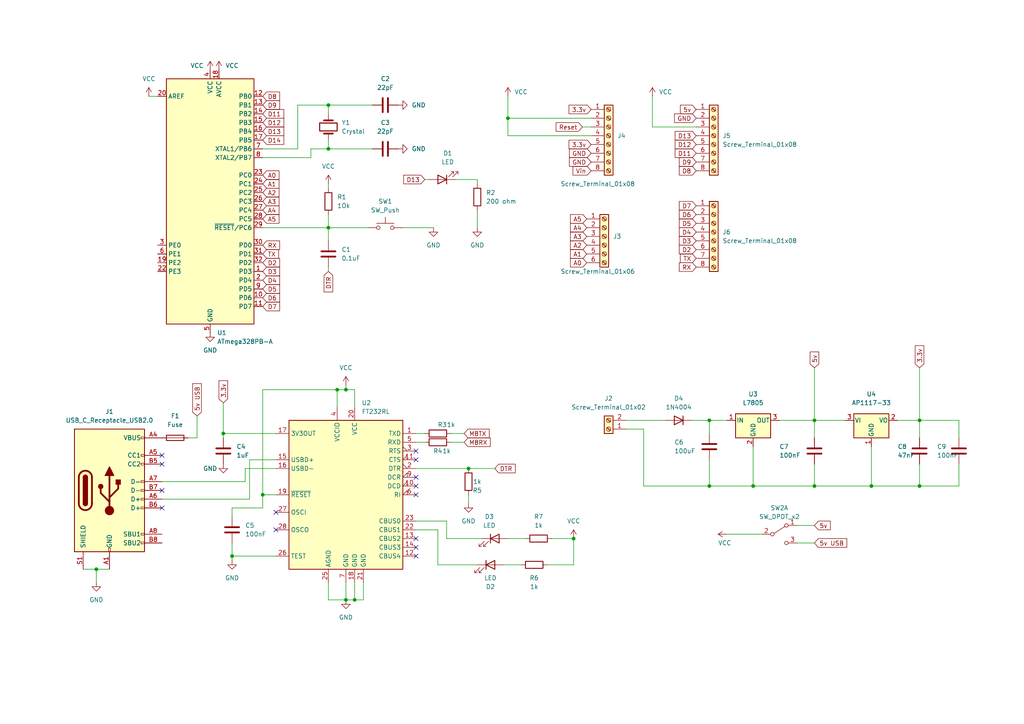
<source format=kicad_sch>
(kicad_sch (version 20211123) (generator eeschema)
  (paper "A4")
  (lib_symbols
    (symbol "Connector:Screw_Terminal_01x02" (pin_names (offset 1.016) hide)
      (property "Reference" "J" (at 0 2.54 0))
      (property "Value" "Screw_Terminal_01x02" (at 0 -5.08 0))
      (symbol "Screw_Terminal_01x02_1_1"
        (rectangle (start -1.27 1.27) (end 1.27 -3.81) (stroke (width 0.254)) (fill (type background)))
        (circle (center 0 -2.54) (radius 0.635) (stroke (width 0.1524)))
        (polyline (pts (xy -0.5334 -2.2098) (xy 0.3302 -3.048)) (stroke (width 0.1524)))
        (polyline (pts (xy -0.5334 0.3302) (xy 0.3302 -0.508)) (stroke (width 0.1524)))
        (polyline (pts (xy -0.3556 -2.032) (xy 0.508 -2.8702)) (stroke (width 0.1524)))
        (polyline (pts (xy -0.3556 0.508) (xy 0.508 -0.3302)) (stroke (width 0.1524)))
        (circle (center 0 0) (radius 0.635) (stroke (width 0.1524)))
        (pin passive line (at -5.08 0 0) (length 3.81) (name "Pin_1") (number "1"))
        (pin passive line (at -5.08 -2.54 0) (length 3.81) (name "Pin_2") (number "2"))
      )
    )
    (symbol "Connector:Screw_Terminal_01x06" (pin_names (offset 1.016) hide)
      (property "Reference" "J" (at 0 7.62 0))
      (property "Value" "Screw_Terminal_01x06" (at 0 -10.16 0))
      (symbol "Screw_Terminal_01x06_1_1"
        (rectangle (start -1.27 6.35) (end 1.27 -8.89) (stroke (width 0.254)) (fill (type background)))
        (circle (center 0 -7.62) (radius 0.635) (stroke (width 0.1524)))
        (circle (center 0 -5.08) (radius 0.635) (stroke (width 0.1524)))
        (circle (center 0 -2.54) (radius 0.635) (stroke (width 0.1524)))
        (polyline (pts (xy -0.5334 -7.2898) (xy 0.3302 -8.128)) (stroke (width 0.1524)))
        (polyline (pts (xy -0.5334 -4.7498) (xy 0.3302 -5.588)) (stroke (width 0.1524)))
        (polyline (pts (xy -0.5334 -2.2098) (xy 0.3302 -3.048)) (stroke (width 0.1524)))
        (polyline (pts (xy -0.5334 0.3302) (xy 0.3302 -0.508)) (stroke (width 0.1524)))
        (polyline (pts (xy -0.5334 2.8702) (xy 0.3302 2.032)) (stroke (width 0.1524)))
        (polyline (pts (xy -0.5334 5.4102) (xy 0.3302 4.572)) (stroke (width 0.1524)))
        (polyline (pts (xy -0.3556 -7.112) (xy 0.508 -7.9502)) (stroke (width 0.1524)))
        (polyline (pts (xy -0.3556 -4.572) (xy 0.508 -5.4102)) (stroke (width 0.1524)))
        (polyline (pts (xy -0.3556 -2.032) (xy 0.508 -2.8702)) (stroke (width 0.1524)))
        (polyline (pts (xy -0.3556 0.508) (xy 0.508 -0.3302)) (stroke (width 0.1524)))
        (polyline (pts (xy -0.3556 3.048) (xy 0.508 2.2098)) (stroke (width 0.1524)))
        (polyline (pts (xy -0.3556 5.588) (xy 0.508 4.7498)) (stroke (width 0.1524)))
        (circle (center 0 0) (radius 0.635) (stroke (width 0.1524)))
        (circle (center 0 2.54) (radius 0.635) (stroke (width 0.1524)))
        (circle (center 0 5.08) (radius 0.635) (stroke (width 0.1524)))
        (pin passive line (at -5.08 5.08 0) (length 3.81) (name "Pin_1") (number "1"))
        (pin passive line (at -5.08 2.54 0) (length 3.81) (name "Pin_2") (number "2"))
        (pin passive line (at -5.08 0 0) (length 3.81) (name "Pin_3") (number "3"))
        (pin passive line (at -5.08 -2.54 0) (length 3.81) (name "Pin_4") (number "4"))
        (pin passive line (at -5.08 -5.08 0) (length 3.81) (name "Pin_5") (number "5"))
        (pin passive line (at -5.08 -7.62 0) (length 3.81) (name "Pin_6") (number "6"))
      )
    )
    (symbol "Connector:Screw_Terminal_01x08" (pin_names (offset 1.016) hide)
      (property "Reference" "J" (at 0 10.16 0))
      (property "Value" "Screw_Terminal_01x08" (at 0 -12.7 0))
      (symbol "Screw_Terminal_01x08_1_1"
        (rectangle (start -1.27 8.89) (end 1.27 -11.43) (stroke (width 0.254)) (fill (type background)))
        (circle (center 0 -10.16) (radius 0.635) (stroke (width 0.1524)))
        (circle (center 0 -7.62) (radius 0.635) (stroke (width 0.1524)))
        (circle (center 0 -5.08) (radius 0.635) (stroke (width 0.1524)))
        (circle (center 0 -2.54) (radius 0.635) (stroke (width 0.1524)))
        (polyline (pts (xy -0.5334 -9.8298) (xy 0.3302 -10.668)) (stroke (width 0.1524)))
        (polyline (pts (xy -0.5334 -7.2898) (xy 0.3302 -8.128)) (stroke (width 0.1524)))
        (polyline (pts (xy -0.5334 -4.7498) (xy 0.3302 -5.588)) (stroke (width 0.1524)))
        (polyline (pts (xy -0.5334 -2.2098) (xy 0.3302 -3.048)) (stroke (width 0.1524)))
        (polyline (pts (xy -0.5334 0.3302) (xy 0.3302 -0.508)) (stroke (width 0.1524)))
        (polyline (pts (xy -0.5334 2.8702) (xy 0.3302 2.032)) (stroke (width 0.1524)))
        (polyline (pts (xy -0.5334 5.4102) (xy 0.3302 4.572)) (stroke (width 0.1524)))
        (polyline (pts (xy -0.5334 7.9502) (xy 0.3302 7.112)) (stroke (width 0.1524)))
        (polyline (pts (xy -0.3556 -9.652) (xy 0.508 -10.4902)) (stroke (width 0.1524)))
        (polyline (pts (xy -0.3556 -7.112) (xy 0.508 -7.9502)) (stroke (width 0.1524)))
        (polyline (pts (xy -0.3556 -4.572) (xy 0.508 -5.4102)) (stroke (width 0.1524)))
        (polyline (pts (xy -0.3556 -2.032) (xy 0.508 -2.8702)) (stroke (width 0.1524)))
        (polyline (pts (xy -0.3556 0.508) (xy 0.508 -0.3302)) (stroke (width 0.1524)))
        (polyline (pts (xy -0.3556 3.048) (xy 0.508 2.2098)) (stroke (width 0.1524)))
        (polyline (pts (xy -0.3556 5.588) (xy 0.508 4.7498)) (stroke (width 0.1524)))
        (polyline (pts (xy -0.3556 8.128) (xy 0.508 7.2898)) (stroke (width 0.1524)))
        (circle (center 0 0) (radius 0.635) (stroke (width 0.1524)))
        (circle (center 0 2.54) (radius 0.635) (stroke (width 0.1524)))
        (circle (center 0 5.08) (radius 0.635) (stroke (width 0.1524)))
        (circle (center 0 7.62) (radius 0.635) (stroke (width 0.1524)))
        (pin passive line (at -5.08 7.62 0) (length 3.81) (name "Pin_1") (number "1"))
        (pin passive line (at -5.08 5.08 0) (length 3.81) (name "Pin_2") (number "2"))
        (pin passive line (at -5.08 2.54 0) (length 3.81) (name "Pin_3") (number "3"))
        (pin passive line (at -5.08 0 0) (length 3.81) (name "Pin_4") (number "4"))
        (pin passive line (at -5.08 -2.54 0) (length 3.81) (name "Pin_5") (number "5"))
        (pin passive line (at -5.08 -5.08 0) (length 3.81) (name "Pin_6") (number "6"))
        (pin passive line (at -5.08 -7.62 0) (length 3.81) (name "Pin_7") (number "7"))
        (pin passive line (at -5.08 -10.16 0) (length 3.81) (name "Pin_8") (number "8"))
      )
    )
    (symbol "Connector:USB_C_Receptacle_USB2.0" (pin_names (offset 1.016))
      (property "Reference" "J" (at -10.16 19.05 0))
      (property "Value" "USB_C_Receptacle_USB2.0" (at 19.05 19.05 0))
      (symbol "USB_C_Receptacle_USB2.0_0_0"
        (rectangle (start -0.254 -17.78) (end 0.254 -16.764))
        (rectangle (start 10.16 -14.986) (end 9.144 -15.494))
        (rectangle (start 10.16 -12.446) (end 9.144 -12.954))
        (rectangle (start 10.16 -4.826) (end 9.144 -5.334))
        (rectangle (start 10.16 -2.286) (end 9.144 -2.794))
        (rectangle (start 10.16 0.254) (end 9.144 -0.254))
        (rectangle (start 10.16 2.794) (end 9.144 2.286))
        (rectangle (start 10.16 7.874) (end 9.144 7.366))
        (rectangle (start 10.16 10.414) (end 9.144 9.906))
        (rectangle (start 10.16 15.494) (end 9.144 14.986))
      )
      (symbol "USB_C_Receptacle_USB2.0_0_1"
        (rectangle (start -10.16 17.78) (end 10.16 -17.78) (stroke (width 0.254)) (fill (type background)))
        (arc (start -8.89 -3.81) (mid -6.985 -5.715) (end -5.08 -3.81) (stroke (width 0.508)))
        (arc (start -7.62 -3.81) (mid -6.985 -4.445) (end -6.35 -3.81) (stroke (width 0.254)))
        (arc (start -7.62 -3.81) (mid -6.985 -4.445) (end -6.35 -3.81) (stroke (width 0.254)) (fill (type outline)))
        (rectangle (start -7.62 -3.81) (end -6.35 3.81) (stroke (width 0.254)) (fill (type outline)))
        (arc (start -6.35 3.81) (mid -6.985 4.445) (end -7.62 3.81) (stroke (width 0.254)))
        (arc (start -6.35 3.81) (mid -6.985 4.445) (end -7.62 3.81) (stroke (width 0.254)) (fill (type outline)))
        (arc (start -5.08 3.81) (mid -6.985 5.715) (end -8.89 3.81) (stroke (width 0.508)))
        (circle (center -2.54 1.143) (radius 0.635) (stroke (width 0.254)) (fill (type outline)))
        (circle (center 0 -5.842) (radius 1.27) (fill (type outline)))
        (polyline (pts (xy -8.89 -3.81) (xy -8.89 3.81)) (stroke (width 0.508)))
        (polyline (pts (xy -5.08 3.81) (xy -5.08 -3.81)) (stroke (width 0.508)))
        (polyline (pts (xy 0 -5.842) (xy 0 4.318)) (stroke (width 0.508)))
        (polyline (pts (xy 0 -3.302) (xy -2.54 -0.762) (xy -2.54 0.508)) (stroke (width 0.508)))
        (polyline (pts (xy 0 -2.032) (xy 2.54 0.508) (xy 2.54 1.778)) (stroke (width 0.508)))
        (polyline (pts (xy -1.27 4.318) (xy 0 6.858) (xy 1.27 4.318) (xy -1.27 4.318)) (stroke (width 0.254)) (fill (type outline)))
        (rectangle (start 1.905 1.778) (end 3.175 3.048) (stroke (width 0.254)) (fill (type outline)))
      )
      (symbol "USB_C_Receptacle_USB2.0_1_1"
        (pin passive line (at 0 -22.86 90) (length 5.08) (name "GND") (number "A1"))
        (pin passive line (at 0 -22.86 90) (length 5.08) hide (name "GND") (number "A12"))
        (pin passive line (at 15.24 15.24 180) (length 5.08) (name "VBUS") (number "A4"))
        (pin bidirectional line (at 15.24 10.16 180) (length 5.08) (name "CC1") (number "A5"))
        (pin bidirectional line (at 15.24 -2.54 180) (length 5.08) (name "D+") (number "A6"))
        (pin bidirectional line (at 15.24 2.54 180) (length 5.08) (name "D-") (number "A7"))
        (pin bidirectional line (at 15.24 -12.7 180) (length 5.08) (name "SBU1") (number "A8"))
        (pin passive line (at 15.24 15.24 180) (length 5.08) hide (name "VBUS") (number "A9"))
        (pin passive line (at 0 -22.86 90) (length 5.08) hide (name "GND") (number "B1"))
        (pin passive line (at 0 -22.86 90) (length 5.08) hide (name "GND") (number "B12"))
        (pin passive line (at 15.24 15.24 180) (length 5.08) hide (name "VBUS") (number "B4"))
        (pin bidirectional line (at 15.24 7.62 180) (length 5.08) (name "CC2") (number "B5"))
        (pin bidirectional line (at 15.24 -5.08 180) (length 5.08) (name "D+") (number "B6"))
        (pin bidirectional line (at 15.24 0 180) (length 5.08) (name "D-") (number "B7"))
        (pin bidirectional line (at 15.24 -15.24 180) (length 5.08) (name "SBU2") (number "B8"))
        (pin passive line (at 15.24 15.24 180) (length 5.08) hide (name "VBUS") (number "B9"))
        (pin passive line (at -7.62 -22.86 90) (length 5.08) (name "SHIELD") (number "S1"))
      )
    )
    (symbol "Device:C" (pin_numbers hide) (pin_names (offset 0.254))
      (property "Reference" "C" (at 0.635 2.54 0))
      (property "Value" "C" (at 0.635 -2.54 0))
      (symbol "C_0_1"
        (polyline (pts (xy -2.032 -0.762) (xy 2.032 -0.762)) (stroke (width 0.508)))
        (polyline (pts (xy -2.032 0.762) (xy 2.032 0.762)) (stroke (width 0.508)))
      )
      (symbol "C_1_1"
        (pin passive line (at 0 3.81 270) (length 2.794) (name "~") (number "1"))
        (pin passive line (at 0 -3.81 90) (length 2.794) (name "~") (number "2"))
      )
    )
    (symbol "Device:Crystal" (pin_numbers hide) (pin_names (offset 1.016) hide)
      (property "Reference" "Y" (at 0 3.81 0))
      (property "Value" "Crystal" (at 0 -3.81 0))
      (symbol "Crystal_0_1"
        (rectangle (start -1.143 2.54) (end 1.143 -2.54) (stroke (width 0.3048)))
        (polyline (pts (xy -2.54 0) (xy -1.905 0)))
        (polyline (pts (xy -1.905 -1.27) (xy -1.905 1.27)) (stroke (width 0.508)))
        (polyline (pts (xy 1.905 -1.27) (xy 1.905 1.27)) (stroke (width 0.508)))
        (polyline (pts (xy 2.54 0) (xy 1.905 0)))
      )
      (symbol "Crystal_1_1"
        (pin passive line (at -3.81 0 0) (length 1.27) (name "1") (number "1"))
        (pin passive line (at 3.81 0 180) (length 1.27) (name "2") (number "2"))
      )
    )
    (symbol "Device:Fuse" (pin_numbers hide) (pin_names (offset 0))
      (property "Reference" "F" (at 2.032 0 90))
      (property "Value" "Fuse" (at -1.905 0 90))
      (symbol "Fuse_0_1"
        (rectangle (start -0.762 -2.54) (end 0.762 2.54) (stroke (width 0.254)))
        (polyline (pts (xy 0 2.54) (xy 0 -2.54)))
      )
      (symbol "Fuse_1_1"
        (pin passive line (at 0 3.81 270) (length 1.27) (name "~") (number "1"))
        (pin passive line (at 0 -3.81 90) (length 1.27) (name "~") (number "2"))
      )
    )
    (symbol "Device:LED" (pin_numbers hide) (pin_names (offset 1.016) hide)
      (property "Reference" "D" (at 0 2.54 0))
      (property "Value" "LED" (at 0 -2.54 0))
      (symbol "LED_0_1"
        (polyline (pts (xy -1.27 -1.27) (xy -1.27 1.27)) (stroke (width 0.254)))
        (polyline (pts (xy -1.27 0) (xy 1.27 0)))
        (polyline (pts (xy 1.27 -1.27) (xy 1.27 1.27) (xy -1.27 0) (xy 1.27 -1.27)) (stroke (width 0.254)))
        (polyline (pts (xy -3.048 -0.762) (xy -4.572 -2.286) (xy -3.81 -2.286) (xy -4.572 -2.286) (xy -4.572 -1.524)))
        (polyline (pts (xy -1.778 -0.762) (xy -3.302 -2.286) (xy -2.54 -2.286) (xy -3.302 -2.286) (xy -3.302 -1.524)))
      )
      (symbol "LED_1_1"
        (pin passive line (at -3.81 0 0) (length 2.54) (name "K") (number "1"))
        (pin passive line (at 3.81 0 180) (length 2.54) (name "A") (number "2"))
      )
    )
    (symbol "Device:R" (pin_numbers hide) (pin_names (offset 0))
      (property "Reference" "R" (at 2.032 0 90))
      (property "Value" "R" (at 0 0 90))
      (symbol "R_0_1"
        (rectangle (start -1.016 -2.54) (end 1.016 2.54) (stroke (width 0.254)))
      )
      (symbol "R_1_1"
        (pin passive line (at 0 3.81 270) (length 1.27) (name "~") (number "1"))
        (pin passive line (at 0 -3.81 90) (length 1.27) (name "~") (number "2"))
      )
    )
    (symbol "Diode:1N4004" (pin_numbers hide) (pin_names (offset 1.016) hide)
      (property "Reference" "D" (at 0 2.54 0))
      (property "Value" "1N4004" (at 0 -2.54 0))
      (symbol "1N4004_0_1"
        (polyline (pts (xy -1.27 1.27) (xy -1.27 -1.27)) (stroke (width 0.254)))
        (polyline (pts (xy 1.27 0) (xy -1.27 0)))
        (polyline (pts (xy 1.27 1.27) (xy 1.27 -1.27) (xy -1.27 0) (xy 1.27 1.27)) (stroke (width 0.254)))
      )
      (symbol "1N4004_1_1"
        (pin passive line (at -3.81 0 0) (length 2.54) (name "K") (number "1"))
        (pin passive line (at 3.81 0 180) (length 2.54) (name "A") (number "2"))
      )
    )
    (symbol "Interface_USB:FT232RL"
      (property "Reference" "U" (at -16.51 22.86 0))
      (property "Value" "FT232RL" (at 10.16 22.86 0))
      (symbol "FT232RL_0_1"
        (rectangle (start -16.51 21.59) (end 16.51 -21.59) (stroke (width 0.254)) (fill (type background)))
      )
      (symbol "FT232RL_1_1"
        (pin output line (at 20.32 17.78 180) (length 3.81) (name "TXD") (number "1"))
        (pin input input_low (at 20.32 2.54 180) (length 3.81) (name "DCD") (number "10"))
        (pin input input_low (at 20.32 10.16 180) (length 3.81) (name "CTS") (number "11"))
        (pin bidirectional line (at 20.32 -17.78 180) (length 3.81) (name "CBUS4") (number "12"))
        (pin bidirectional line (at 20.32 -12.7 180) (length 3.81) (name "CBUS2") (number "13"))
        (pin bidirectional line (at 20.32 -15.24 180) (length 3.81) (name "CBUS3") (number "14"))
        (pin bidirectional line (at -20.32 10.16 0) (length 3.81) (name "USBD+") (number "15"))
        (pin bidirectional line (at -20.32 7.62 0) (length 3.81) (name "USBD-") (number "16"))
        (pin power_out line (at -20.32 17.78 0) (length 3.81) (name "3V3OUT") (number "17"))
        (pin power_in line (at 2.54 -25.4 90) (length 3.81) (name "GND") (number "18"))
        (pin input line (at -20.32 0 0) (length 3.81) (name "~{RESET}") (number "19"))
        (pin output output_low (at 20.32 7.62 180) (length 3.81) (name "DTR") (number "2"))
        (pin power_in line (at 2.54 25.4 270) (length 3.81) (name "VCC") (number "20"))
        (pin power_in line (at 5.08 -25.4 90) (length 3.81) (name "GND") (number "21"))
        (pin bidirectional line (at 20.32 -10.16 180) (length 3.81) (name "CBUS1") (number "22"))
        (pin bidirectional line (at 20.32 -7.62 180) (length 3.81) (name "CBUS0") (number "23"))
        (pin power_in line (at -5.08 -25.4 90) (length 3.81) (name "AGND") (number "25"))
        (pin input line (at -20.32 -17.78 0) (length 3.81) (name "TEST") (number "26"))
        (pin input line (at -20.32 -5.08 0) (length 3.81) (name "OSCI") (number "27"))
        (pin output line (at -20.32 -10.16 0) (length 3.81) (name "OSCO") (number "28"))
        (pin output output_low (at 20.32 12.7 180) (length 3.81) (name "RTS") (number "3"))
        (pin power_in line (at -2.54 25.4 270) (length 3.81) (name "VCCIO") (number "4"))
        (pin input line (at 20.32 15.24 180) (length 3.81) (name "RXD") (number "5"))
        (pin input input_low (at 20.32 0 180) (length 3.81) (name "RI") (number "6"))
        (pin power_in line (at 0 -25.4 90) (length 3.81) (name "GND") (number "7"))
        (pin input input_low (at 20.32 5.08 180) (length 3.81) (name "DCR") (number "9"))
      )
    )
    (symbol "MCU_Microchip_ATmega:ATmega328PB-A"
      (property "Reference" "U" (at -12.7 36.83 0))
      (property "Value" "ATmega328PB-A" (at 2.54 -36.83 0))
      (symbol "ATmega328PB-A_0_1"
        (rectangle (start -12.7 -35.56) (end 12.7 35.56) (stroke (width 0.254)) (fill (type background)))
      )
      (symbol "ATmega328PB-A_1_1"
        (pin bidirectional line (at 15.24 -20.32 180) (length 2.54) (name "PD3") (number "1"))
        (pin bidirectional line (at 15.24 -27.94 180) (length 2.54) (name "PD6") (number "10"))
        (pin bidirectional line (at 15.24 -30.48 180) (length 2.54) (name "PD7") (number "11"))
        (pin bidirectional line (at 15.24 30.48 180) (length 2.54) (name "PB0") (number "12"))
        (pin bidirectional line (at 15.24 27.94 180) (length 2.54) (name "PB1") (number "13"))
        (pin bidirectional line (at 15.24 25.4 180) (length 2.54) (name "PB2") (number "14"))
        (pin bidirectional line (at 15.24 22.86 180) (length 2.54) (name "PB3") (number "15"))
        (pin bidirectional line (at 15.24 20.32 180) (length 2.54) (name "PB4") (number "16"))
        (pin bidirectional line (at 15.24 17.78 180) (length 2.54) (name "PB5") (number "17"))
        (pin power_in line (at 2.54 38.1 270) (length 2.54) (name "AVCC") (number "18"))
        (pin bidirectional line (at -15.24 -17.78 0) (length 2.54) (name "PE2") (number "19"))
        (pin bidirectional line (at 15.24 -22.86 180) (length 2.54) (name "PD4") (number "2"))
        (pin passive line (at -15.24 30.48 0) (length 2.54) (name "AREF") (number "20"))
        (pin passive line (at 0 -38.1 90) (length 2.54) hide (name "GND") (number "21"))
        (pin bidirectional line (at -15.24 -20.32 0) (length 2.54) (name "PE3") (number "22"))
        (pin bidirectional line (at 15.24 7.62 180) (length 2.54) (name "PC0") (number "23"))
        (pin bidirectional line (at 15.24 5.08 180) (length 2.54) (name "PC1") (number "24"))
        (pin bidirectional line (at 15.24 2.54 180) (length 2.54) (name "PC2") (number "25"))
        (pin bidirectional line (at 15.24 0 180) (length 2.54) (name "PC3") (number "26"))
        (pin bidirectional line (at 15.24 -2.54 180) (length 2.54) (name "PC4") (number "27"))
        (pin bidirectional line (at 15.24 -5.08 180) (length 2.54) (name "PC5") (number "28"))
        (pin bidirectional line (at 15.24 -7.62 180) (length 2.54) (name "~{RESET}/PC6") (number "29"))
        (pin bidirectional line (at -15.24 -12.7 0) (length 2.54) (name "PE0") (number "3"))
        (pin bidirectional line (at 15.24 -12.7 180) (length 2.54) (name "PD0") (number "30"))
        (pin bidirectional line (at 15.24 -15.24 180) (length 2.54) (name "PD1") (number "31"))
        (pin bidirectional line (at 15.24 -17.78 180) (length 2.54) (name "PD2") (number "32"))
        (pin power_in line (at 0 38.1 270) (length 2.54) (name "VCC") (number "4"))
        (pin power_in line (at 0 -38.1 90) (length 2.54) (name "GND") (number "5"))
        (pin bidirectional line (at -15.24 -15.24 0) (length 2.54) (name "PE1") (number "6"))
        (pin bidirectional line (at 15.24 15.24 180) (length 2.54) (name "XTAL1/PB6") (number "7"))
        (pin bidirectional line (at 15.24 12.7 180) (length 2.54) (name "XTAL2/PB7") (number "8"))
        (pin bidirectional line (at 15.24 -25.4 180) (length 2.54) (name "PD5") (number "9"))
      )
    )
    (symbol "Regulator_Linear:AP1117-33" (pin_names (offset 0.254))
      (property "Reference" "U" (at -3.81 3.175 0))
      (property "Value" "AP1117-33" (at 0 3.175 0))
      (symbol "AP1117-33_0_1"
        (rectangle (start -5.08 -5.08) (end 5.08 1.905) (stroke (width 0.254)) (fill (type background)))
      )
      (symbol "AP1117-33_1_1"
        (pin power_in line (at 0 -7.62 90) (length 2.54) (name "GND") (number "1"))
        (pin power_out line (at 7.62 0 180) (length 2.54) (name "VO") (number "2"))
        (pin power_in line (at -7.62 0 0) (length 2.54) (name "VI") (number "3"))
      )
    )
    (symbol "Regulator_Linear:L7805" (pin_names (offset 0.254))
      (property "Reference" "U" (at -3.81 3.175 0))
      (property "Value" "L7805" (at 0 3.175 0))
      (symbol "L7805_0_1"
        (rectangle (start -5.08 1.905) (end 5.08 -5.08) (stroke (width 0.254)) (fill (type background)))
      )
      (symbol "L7805_1_1"
        (pin power_in line (at -7.62 0 0) (length 2.54) (name "IN") (number "1"))
        (pin power_in line (at 0 -7.62 90) (length 2.54) (name "GND") (number "2"))
        (pin power_out line (at 7.62 0 180) (length 2.54) (name "OUT") (number "3"))
      )
    )
    (symbol "Switch:SW_DPDT_x2" (pin_names (offset 0) hide)
      (property "Reference" "SW" (at 0 4.318 0))
      (property "Value" "SW_DPDT_x2" (at 0 -5.08 0))
      (symbol "SW_DPDT_x2_0_0"
        (circle (center -2.032 0) (radius 0.508))
        (circle (center 2.032 -2.54) (radius 0.508))
      )
      (symbol "SW_DPDT_x2_0_1"
        (polyline (pts (xy -1.524 0.254) (xy 1.651 2.286)))
        (circle (center 2.032 2.54) (radius 0.508))
      )
      (symbol "SW_DPDT_x2_1_1"
        (pin passive line (at 5.08 2.54 180) (length 2.54) (name "A") (number "1"))
        (pin passive line (at -5.08 0 0) (length 2.54) (name "B") (number "2"))
        (pin passive line (at 5.08 -2.54 180) (length 2.54) (name "C") (number "3"))
      )
      (symbol "SW_DPDT_x2_2_1"
        (pin passive line (at 5.08 2.54 180) (length 2.54) (name "A") (number "4"))
        (pin passive line (at -5.08 0 0) (length 2.54) (name "B") (number "5"))
        (pin passive line (at 5.08 -2.54 180) (length 2.54) (name "C") (number "6"))
      )
    )
    (symbol "Switch:SW_Push" (pin_numbers hide) (pin_names (offset 1.016) hide)
      (property "Reference" "SW" (at 1.27 2.54 0))
      (property "Value" "SW_Push" (at 0 -1.524 0))
      (symbol "SW_Push_0_1"
        (circle (center -2.032 0) (radius 0.508))
        (polyline (pts (xy 0 1.27) (xy 0 3.048)))
        (polyline (pts (xy 2.54 1.27) (xy -2.54 1.27)))
        (circle (center 2.032 0) (radius 0.508))
        (pin passive line (at -5.08 0 0) (length 2.54) (name "1") (number "1"))
        (pin passive line (at 5.08 0 180) (length 2.54) (name "2") (number "2"))
      )
    )
    (symbol "power:GND" (power) (pin_names (offset 0))
      (property "Value" "GND" (at 0 -3.81 0))
      (symbol "GND_0_1"
        (polyline (pts (xy 0 0) (xy 0 -1.27) (xy 1.27 -1.27) (xy 0 -2.54) (xy -1.27 -1.27) (xy 0 -1.27)))
      )
      (symbol "GND_1_1"
        (pin power_in line (at 0 0 270) (length 0) hide (name "GND") (number "1"))
      )
    )
    (symbol "power:VCC" (power) (pin_names (offset 0))
      (property "Value" "VCC" (at 0 3.81 0))
      (symbol "VCC_0_1"
        (polyline (pts (xy -0.762 1.27) (xy 0 2.54)))
        (polyline (pts (xy 0 0) (xy 0 2.54)))
        (polyline (pts (xy 0 2.54) (xy 0.762 1.27)))
      )
      (symbol "VCC_1_1"
        (pin power_in line (at 0 0 90) (length 0) hide (name "VCC") (number "1"))
      )
    )
  )
  (junction (at 147.32 34.29))
  (junction (at 102.87 173.99))
  (junction (at 205.74 121.92))
  (junction (at 100.33 113.03))
  (junction (at 67.31 161.29))
  (junction (at 95.25 30.48))
  (junction (at 218.44 140.97))
  (junction (at 64.77 125.73))
  (junction (at 266.7 140.97))
  (junction (at 252.73 140.97))
  (junction (at 266.7 121.92))
  (junction (at 236.22 121.92))
  (junction (at 95.25 43.18))
  (junction (at 95.25 66.04))
  (junction (at 236.22 140.97))
  (junction (at 135.89 135.89))
  (junction (at 205.74 140.97))
  (junction (at 166.37 156.21))
  (junction (at 97.79 113.03))
  (junction (at 76.2 143.51))
  (junction (at 100.33 173.99))
  (junction (at 27.94 165.1))
  (no_connect (at 120.65 156.21))
  (no_connect (at 120.65 158.75))
  (no_connect (at 120.65 161.29))
  (no_connect (at 46.99 142.24))
  (no_connect (at 46.99 134.62))
  (no_connect (at 46.99 147.32))
  (no_connect (at 46.99 132.08))
  (no_connect (at 120.65 133.35))
  (no_connect (at 120.65 130.81))
  (no_connect (at 120.65 143.51))
  (no_connect (at 120.65 140.97))
  (no_connect (at 120.65 138.43))
  (no_connect (at 80.01 153.67))
  (no_connect (at 80.01 148.59))
  (wire (pts (xy 120.65 153.67) (xy 127 153.67)))
  (wire (pts (xy 64.77 125.73) (xy 64.77 116.84)))
  (wire (pts (xy 138.43 52.07) (xy 138.43 53.34)))
  (wire (pts (xy 76.2 143.51) (xy 76.2 113.03)))
  (wire (pts (xy 80.01 125.73) (xy 64.77 125.73)))
  (wire (pts (xy 231.14 157.48) (xy 236.22 157.48)))
  (wire (pts (xy 67.31 147.32) (xy 76.2 147.32)))
  (wire (pts (xy 67.31 149.86) (xy 67.31 147.32)))
  (wire (pts (xy 80.01 143.51) (xy 76.2 143.51)))
  (wire (pts (xy 67.31 161.29) (xy 67.31 162.56)))
  (wire (pts (xy 123.19 52.07) (xy 124.46 52.07)))
  (wire (pts (xy 236.22 121.92) (xy 236.22 127)))
  (wire (pts (xy 43.18 27.94) (xy 45.72 27.94)))
  (wire (pts (xy 95.25 168.91) (xy 95.25 173.99)))
  (wire (pts (xy 139.7 156.21) (xy 129.54 156.21)))
  (wire (pts (xy 95.25 43.18) (xy 107.95 43.18)))
  (wire (pts (xy 160.02 156.21) (xy 166.37 156.21)))
  (wire (pts (xy 130.81 125.73) (xy 134.62 125.73)))
  (wire (pts (xy 24.13 165.1) (xy 27.94 165.1)))
  (wire (pts (xy 71.12 139.7) (xy 71.12 135.89)))
  (wire (pts (xy 236.22 106.68) (xy 236.22 121.92)))
  (wire (pts (xy 100.33 111.76) (xy 100.33 113.03)))
  (wire (pts (xy 76.2 43.18) (xy 86.36 43.18)))
  (wire (pts (xy 210.82 154.94) (xy 220.98 154.94)))
  (wire (pts (xy 64.77 125.73) (xy 64.77 127)))
  (wire (pts (xy 72.39 133.35) (xy 80.01 133.35)))
  (wire (pts (xy 90.17 45.72) (xy 90.17 43.18)))
  (wire (pts (xy 135.89 143.51) (xy 135.89 146.05)))
  (wire (pts (xy 168.91 36.83) (xy 171.45 36.83)))
  (wire (pts (xy 158.75 163.83) (xy 166.37 163.83)))
  (wire (pts (xy 97.79 113.03) (xy 100.33 113.03)))
  (wire (pts (xy 95.25 77.47) (xy 95.25 78.74)))
  (wire (pts (xy 266.7 121.92) (xy 260.35 121.92)))
  (wire (pts (xy 95.25 53.34) (xy 95.25 54.61)))
  (wire (pts (xy 67.31 161.29) (xy 80.01 161.29)))
  (wire (pts (xy 186.69 140.97) (xy 205.74 140.97)))
  (wire (pts (xy 86.36 30.48) (xy 95.25 30.48)))
  (wire (pts (xy 95.25 173.99) (xy 100.33 173.99)))
  (wire (pts (xy 57.15 127) (xy 54.61 127)))
  (wire (pts (xy 278.13 127) (xy 278.13 121.92)))
  (wire (pts (xy 189.23 36.83) (xy 189.23 27.94)))
  (wire (pts (xy 105.41 173.99) (xy 102.87 173.99)))
  (wire (pts (xy 236.22 140.97) (xy 252.73 140.97)))
  (wire (pts (xy 71.12 135.89) (xy 80.01 135.89)))
  (wire (pts (xy 76.2 66.04) (xy 95.25 66.04)))
  (wire (pts (xy 72.39 144.78) (xy 72.39 133.35)))
  (wire (pts (xy 138.43 60.96) (xy 138.43 66.04)))
  (wire (pts (xy 218.44 140.97) (xy 236.22 140.97)))
  (wire (pts (xy 76.2 147.32) (xy 76.2 143.51)))
  (wire (pts (xy 46.99 139.7) (xy 71.12 139.7)))
  (wire (pts (xy 129.54 156.21) (xy 129.54 151.13)))
  (wire (pts (xy 27.94 165.1) (xy 27.94 168.91)))
  (wire (pts (xy 278.13 140.97) (xy 266.7 140.97)))
  (wire (pts (xy 102.87 118.11) (xy 102.87 113.03)))
  (wire (pts (xy 102.87 173.99) (xy 100.33 173.99)))
  (wire (pts (xy 218.44 129.54) (xy 218.44 140.97)))
  (wire (pts (xy 181.61 121.92) (xy 193.04 121.92)))
  (wire (pts (xy 278.13 134.62) (xy 278.13 140.97)))
  (wire (pts (xy 57.15 120.65) (xy 57.15 127)))
  (wire (pts (xy 278.13 121.92) (xy 266.7 121.92)))
  (wire (pts (xy 95.25 66.04) (xy 95.25 69.85)))
  (wire (pts (xy 201.93 36.83) (xy 189.23 36.83)))
  (wire (pts (xy 95.25 62.23) (xy 95.25 66.04)))
  (wire (pts (xy 135.89 135.89) (xy 143.51 135.89)))
  (wire (pts (xy 181.61 124.46) (xy 186.69 124.46)))
  (wire (pts (xy 266.7 127) (xy 266.7 121.92)))
  (wire (pts (xy 205.74 121.92) (xy 210.82 121.92)))
  (wire (pts (xy 86.36 43.18) (xy 86.36 30.48)))
  (wire (pts (xy 95.25 40.64) (xy 95.25 43.18)))
  (wire (pts (xy 76.2 113.03) (xy 97.79 113.03)))
  (wire (pts (xy 132.08 52.07) (xy 138.43 52.07)))
  (wire (pts (xy 147.32 34.29) (xy 147.32 27.94)))
  (wire (pts (xy 67.31 157.48) (xy 67.31 161.29)))
  (wire (pts (xy 236.22 134.62) (xy 236.22 140.97)))
  (wire (pts (xy 120.65 125.73) (xy 123.19 125.73)))
  (wire (pts (xy 105.41 168.91) (xy 105.41 173.99)))
  (wire (pts (xy 147.32 34.29) (xy 171.45 34.29)))
  (wire (pts (xy 120.65 128.27) (xy 123.19 128.27)))
  (wire (pts (xy 100.33 168.91) (xy 100.33 173.99)))
  (wire (pts (xy 127 163.83) (xy 138.43 163.83)))
  (wire (pts (xy 100.33 113.03) (xy 102.87 113.03)))
  (wire (pts (xy 147.32 156.21) (xy 152.4 156.21)))
  (wire (pts (xy 236.22 121.92) (xy 245.11 121.92)))
  (wire (pts (xy 205.74 140.97) (xy 218.44 140.97)))
  (wire (pts (xy 146.05 163.83) (xy 151.13 163.83)))
  (wire (pts (xy 200.66 121.92) (xy 205.74 121.92)))
  (wire (pts (xy 95.25 30.48) (xy 107.95 30.48)))
  (wire (pts (xy 205.74 121.92) (xy 205.74 125.73)))
  (wire (pts (xy 116.84 66.04) (xy 125.73 66.04)))
  (wire (pts (xy 97.79 113.03) (xy 97.79 118.11)))
  (wire (pts (xy 102.87 168.91) (xy 102.87 173.99)))
  (wire (pts (xy 147.32 39.37) (xy 147.32 34.29)))
  (wire (pts (xy 186.69 124.46) (xy 186.69 140.97)))
  (wire (pts (xy 226.06 121.92) (xy 236.22 121.92)))
  (wire (pts (xy 95.25 66.04) (xy 106.68 66.04)))
  (wire (pts (xy 127 153.67) (xy 127 163.83)))
  (wire (pts (xy 95.25 33.02) (xy 95.25 30.48)))
  (wire (pts (xy 129.54 151.13) (xy 120.65 151.13)))
  (wire (pts (xy 90.17 43.18) (xy 95.25 43.18)))
  (wire (pts (xy 120.65 135.89) (xy 135.89 135.89)))
  (wire (pts (xy 166.37 163.83) (xy 166.37 156.21)))
  (wire (pts (xy 76.2 45.72) (xy 90.17 45.72)))
  (wire (pts (xy 266.7 134.62) (xy 266.7 140.97)))
  (wire (pts (xy 205.74 133.35) (xy 205.74 140.97)))
  (wire (pts (xy 31.75 165.1) (xy 27.94 165.1)))
  (wire (pts (xy 266.7 140.97) (xy 252.73 140.97)))
  (wire (pts (xy 252.73 129.54) (xy 252.73 140.97)))
  (wire (pts (xy 130.81 128.27) (xy 134.62 128.27)))
  (wire (pts (xy 266.7 106.68) (xy 266.7 121.92)))
  (wire (pts (xy 231.14 152.4) (xy 236.22 152.4)))
  (wire (pts (xy 46.99 144.78) (xy 72.39 144.78)))
  (wire (pts (xy 171.45 39.37) (xy 147.32 39.37)))
  (global_label "D3" (shape input) (at 201.93 69.85 180) (property "Intersheet References" "${INTERSHEET_REFS}" (effects hide)))
  (global_label "A2" (shape input) (at 170.18 71.12 180) (property "Intersheet References" "${INTERSHEET_REFS}" (effects hide)))
  (global_label "A2" (shape input) (at 76.2 55.88 0) (property "Intersheet References" "${INTERSHEET_REFS}" (effects hide)))
  (global_label "D4" (shape input) (at 76.2 81.28 0) (property "Intersheet References" "${INTERSHEET_REFS}" (effects hide)))
  (global_label "D13" (shape input) (at 123.19 52.07 180) (property "Intersheet References" "${INTERSHEET_REFS}" (effects hide)))
  (global_label "D8" (shape input) (at 76.2 27.94 0) (property "Intersheet References" "${INTERSHEET_REFS}" (effects hide)))
  (global_label "D13" (shape input) (at 76.2 38.1 0) (property "Intersheet References" "${INTERSHEET_REFS}" (effects hide)))
  (global_label "D2" (shape input) (at 201.93 72.39 180) (property "Intersheet References" "${INTERSHEET_REFS}" (effects hide)))
  (global_label "5v" (shape input) (at 201.93 31.75 180) (property "Intersheet References" "${INTERSHEET_REFS}" (effects hide)))
  (global_label "DTR" (shape input) (at 95.25 78.74 270) (property "Intersheet References" "${INTERSHEET_REFS}" (effects hide)))
  (global_label "Vin" (shape input) (at 171.45 49.53 180) (property "Intersheet References" "${INTERSHEET_REFS}" (effects hide)))
  (global_label "RX" (shape input) (at 201.93 77.47 180) (property "Intersheet References" "${INTERSHEET_REFS}" (effects hide)))
  (global_label "RX" (shape input) (at 76.2 71.12 0) (property "Intersheet References" "${INTERSHEET_REFS}" (effects hide)))
  (global_label "D9" (shape input) (at 76.2 30.48 0) (property "Intersheet References" "${INTERSHEET_REFS}" (effects hide)))
  (global_label "5v" (shape input) (at 236.22 152.4 0) (property "Intersheet References" "${INTERSHEET_REFS}" (effects hide)))
  (global_label "5v USB" (shape input) (at 236.22 157.48 0) (property "Intersheet References" "${INTERSHEET_REFS}" (effects hide)))
  (global_label "D5" (shape input) (at 76.2 83.82 0) (property "Intersheet References" "${INTERSHEET_REFS}" (effects hide)))
  (global_label "D2" (shape input) (at 76.2 76.2 0) (property "Intersheet References" "${INTERSHEET_REFS}" (effects hide)))
  (global_label "A0" (shape input) (at 76.2 50.8 0) (property "Intersheet References" "${INTERSHEET_REFS}" (effects hide)))
  (global_label "3.3v" (shape input) (at 64.77 116.84 90) (property "Intersheet References" "${INTERSHEET_REFS}" (effects hide)))
  (global_label "D12" (shape input) (at 76.2 35.56 0) (property "Intersheet References" "${INTERSHEET_REFS}" (effects hide)))
  (global_label "TX" (shape input) (at 201.93 74.93 180) (property "Intersheet References" "${INTERSHEET_REFS}" (effects hide)))
  (global_label "D4" (shape input) (at 201.93 67.31 180) (property "Intersheet References" "${INTERSHEET_REFS}" (effects hide)))
  (global_label "D12" (shape input) (at 201.93 41.91 180) (property "Intersheet References" "${INTERSHEET_REFS}" (effects hide)))
  (global_label "GND" (shape input) (at 171.45 44.45 180) (property "Intersheet References" "${INTERSHEET_REFS}" (effects hide)))
  (global_label "D13" (shape input) (at 201.93 39.37 180) (property "Intersheet References" "${INTERSHEET_REFS}" (effects hide)))
  (global_label "A4" (shape input) (at 170.18 66.04 180) (property "Intersheet References" "${INTERSHEET_REFS}" (effects hide)))
  (global_label "5v USB" (shape input) (at 57.15 120.65 90) (property "Intersheet References" "${INTERSHEET_REFS}" (effects hide)))
  (global_label "A4" (shape input) (at 76.2 60.96 0) (property "Intersheet References" "${INTERSHEET_REFS}" (effects hide)))
  (global_label "A1" (shape input) (at 76.2 53.34 0) (property "Intersheet References" "${INTERSHEET_REFS}" (effects hide)))
  (global_label "M8TX" (shape input) (at 134.62 125.73 0) (property "Intersheet References" "${INTERSHEET_REFS}" (effects hide)))
  (global_label "D7" (shape input) (at 201.93 59.69 180) (property "Intersheet References" "${INTERSHEET_REFS}" (effects hide)))
  (global_label "GND" (shape input) (at 171.45 46.99 180) (property "Intersheet References" "${INTERSHEET_REFS}" (effects hide)))
  (global_label "M8RX" (shape input) (at 134.62 128.27 0) (property "Intersheet References" "${INTERSHEET_REFS}" (effects hide)))
  (global_label "D6" (shape input) (at 76.2 86.36 0) (property "Intersheet References" "${INTERSHEET_REFS}" (effects hide)))
  (global_label "D9" (shape input) (at 201.93 46.99 180) (property "Intersheet References" "${INTERSHEET_REFS}" (effects hide)))
  (global_label "A1" (shape input) (at 170.18 73.66 180) (property "Intersheet References" "${INTERSHEET_REFS}" (effects hide)))
  (global_label "A5" (shape input) (at 170.18 63.5 180) (property "Intersheet References" "${INTERSHEET_REFS}" (effects hide)))
  (global_label "A3" (shape input) (at 76.2 58.42 0) (property "Intersheet References" "${INTERSHEET_REFS}" (effects hide)))
  (global_label "A0" (shape input) (at 170.18 76.2 180) (property "Intersheet References" "${INTERSHEET_REFS}" (effects hide)))
  (global_label "GND" (shape input) (at 201.93 34.29 180) (property "Intersheet References" "${INTERSHEET_REFS}" (effects hide)))
  (global_label "5v" (shape input) (at 236.22 106.68 90) (property "Intersheet References" "${INTERSHEET_REFS}" (effects hide)))
  (global_label "A3" (shape input) (at 170.18 68.58 180) (property "Intersheet References" "${INTERSHEET_REFS}" (effects hide)))
  (global_label "D6" (shape input) (at 201.93 62.23 180) (property "Intersheet References" "${INTERSHEET_REFS}" (effects hide)))
  (global_label "TX" (shape input) (at 76.2 73.66 0) (property "Intersheet References" "${INTERSHEET_REFS}" (effects hide)))
  (global_label "D3" (shape input) (at 76.2 78.74 0) (property "Intersheet References" "${INTERSHEET_REFS}" (effects hide)))
  (global_label "3.3v" (shape input) (at 266.7 106.68 90) (property "Intersheet References" "${INTERSHEET_REFS}" (effects hide)))
  (global_label "D8" (shape input) (at 201.93 49.53 180) (property "Intersheet References" "${INTERSHEET_REFS}" (effects hide)))
  (global_label "D11" (shape input) (at 76.2 33.02 0) (property "Intersheet References" "${INTERSHEET_REFS}" (effects hide)))
  (global_label "D11" (shape input) (at 201.93 44.45 180) (property "Intersheet References" "${INTERSHEET_REFS}" (effects hide)))
  (global_label "A5" (shape input) (at 76.2 63.5 0) (property "Intersheet References" "${INTERSHEET_REFS}" (effects hide)))
  (global_label "D5" (shape input) (at 201.93 64.77 180) (property "Intersheet References" "${INTERSHEET_REFS}" (effects hide)))
  (global_label "DTR" (shape input) (at 143.51 135.89 0) (property "Intersheet References" "${INTERSHEET_REFS}" (effects hide)))
  (global_label "3.3v" (shape input) (at 171.45 41.91 180) (property "Intersheet References" "${INTERSHEET_REFS}" (effects hide)))
  (global_label "3.3v" (shape input) (at 171.45 31.75 180) (property "Intersheet References" "${INTERSHEET_REFS}" (effects hide)))
  (global_label "D7" (shape input) (at 76.2 88.9 0) (property "Intersheet References" "${INTERSHEET_REFS}" (effects hide)))
  (global_label "D14" (shape input) (at 76.2 40.64 0) (property "Intersheet References" "${INTERSHEET_REFS}" (effects hide)))
  (global_label "Reset" (shape input) (at 168.91 36.83 180) (property "Intersheet References" "${INTERSHEET_REFS}" (effects hide)))
  (symbol (lib_id "power:GND") (at 138.43 66.04 0) (unit 1)
    (property "Reference" "#PWR0107" (effects hide))
    (property "Value" "GND" (at 138.43 71.12 0))
  )
  (symbol (lib_id "Connector:Screw_Terminal_01x02") (at 176.53 124.46 180) (unit 1)
    (property "Reference" "J2" (at 176.53 115.57 0))
    (property "Value" "Screw_Terminal_01x02" (at 176.53 118.11 0))
    (property "Footprint" "TerminalBlock:TerminalBlock_bornier-2_P5.08mm" (effects hide))
  )
  (symbol (lib_id "Device:C") (at 111.76 43.18 90) (unit 1)
    (property "Reference" "C3" (at 111.76 35.56 90))
    (property "Value" "22pF" (at 111.76 38.1 90))
    (property "Footprint" "Capacitor_SMD:C_0805_2012Metric" (effects hide))
  )
  (symbol (lib_id "Connector:USB_C_Receptacle_USB2.0") (at 31.75 142.24 0) (unit 1)
    (property "Reference" "J1" (at 31.75 119.38 0))
    (property "Value" "USB_C_Receptacle_USB2.0" (at 31.75 121.92 0))
    (property "Footprint" "Connector_USB:USB_C_Receptacle_HRO_TYPE-C-31-M-12" (effects hide))
    (property "Datasheet" "https://www.usb.org/sites/default/files/documents/usb_type-c.zip" (effects hide))
  )
  (symbol (lib_id "Regulator_Linear:AP1117-33") (at 252.73 121.92 0) (unit 1)
    (property "Reference" "U4" (at 252.73 114.3 0))
    (property "Value" "AP1117-33" (at 252.73 116.84 0))
    (property "Footprint" "Package_TO_SOT_SMD:SOT-223-3_TabPin2" (effects hide))
    (property "Datasheet" "http://www.diodes.com/datasheets/AP1117.pdf" (effects hide))
  )
  (symbol (lib_id "Device:LED") (at 128.27 52.07 180) (unit 1)
    (property "Reference" "D1" (at 129.8575 44.45 0))
    (property "Value" "LED" (at 129.8575 46.99 0))
    (property "Footprint" "LED_SMD:LED_0805_2012Metric" (effects hide))
  )
  (symbol (lib_id "Device:C") (at 95.25 73.66 0) (unit 1)
    (property "Reference" "C1" (at 99.06 72.3899 0) (effects (justify left)))
    (property "Value" "0.1uF" (at 99.06 74.9299 0) (effects (justify left)))
    (property "Footprint" "Capacitor_SMD:C_0805_2012Metric" (effects hide))
  )
  (symbol (lib_id "power:VCC") (at 43.18 27.94 0) (unit 1)
    (property "Reference" "#PWR0108" (effects hide))
    (property "Value" "VCC" (at 43.18 22.86 0))
  )
  (symbol (lib_id "power:VCC") (at 166.37 156.21 0) (unit 1)
    (property "Reference" "#PWR0115" (effects hide))
    (property "Value" "VCC" (at 166.37 151.13 0))
  )
  (symbol (lib_id "Device:R") (at 154.94 163.83 90) (unit 1)
    (property "Reference" "R6" (at 154.94 167.64 90))
    (property "Value" "1k" (at 154.94 170.18 90))
    (property "Footprint" "Resistor_SMD:R_0805_2012Metric" (effects hide))
  )
  (symbol (lib_id "power:GND") (at 27.94 168.91 0) (unit 1)
    (property "Reference" "#PWR0112" (effects hide))
    (property "Value" "GND" (at 27.94 173.99 0))
  )
  (symbol (lib_id "Device:R") (at 127 128.27 270) (unit 1)
    (property "Reference" "R4" (at 127 130.81 90))
    (property "Value" "1k" (at 129.54 130.81 90))
    (property "Footprint" "Resistor_SMD:R_0805_2012Metric" (effects hide))
  )
  (symbol (lib_id "MCU_Microchip_ATmega:ATmega328PB-A") (at 60.96 58.42 0) (unit 1)
    (property "Reference" "U1" (at 62.9794 96.52 0) (effects (justify left)))
    (property "Value" "ATmega328PB-A" (at 62.9794 99.06 0) (effects (justify left)))
    (property "Footprint" "Package_QFP:TQFP-32_7x7mm_P0.8mm" (effects hide))
    (property "Datasheet" "http://ww1.microchip.com/downloads/en/DeviceDoc/40001906C.pdf" (effects hide))
  )
  (symbol (lib_id "power:GND") (at 67.31 162.56 0) (unit 1)
    (property "Reference" "#PWR0113" (effects hide))
    (property "Value" "GND" (at 67.31 167.64 0))
  )
  (symbol (lib_id "Regulator_Linear:L7805") (at 218.44 121.92 0) (unit 1)
    (property "Reference" "U3" (at 218.44 114.3 0))
    (property "Value" "L7805" (at 218.44 116.84 0))
    (property "Footprint" "Package_TO_SOT_SMD:TO-252-2" (effects hide))
    (property "Datasheet" "http://www.st.com/content/ccc/resource/technical/document/datasheet/41/4f/b3/b0/12/d4/47/88/CD00000444.pdf/files/CD00000444.pdf/jcr:content/translations/en.CD00000444.pdf" (effects hide))
  )
  (symbol (lib_id "Interface_USB:FT232RL") (at 100.33 143.51 0) (unit 1)
    (property "Reference" "U2" (at 104.8894 116.84 0) (effects (justify left)))
    (property "Value" "FT232RL" (at 104.8894 119.38 0) (effects (justify left)))
    (property "Footprint" "Package_SO:SSOP-28_5.3x10.2mm_P0.65mm" (effects hide))
    (property "Datasheet" "https://www.ftdichip.com/Support/Documents/DataSheets/ICs/DS_FT232R.pdf" (effects hide))
  )
  (symbol (lib_id "Connector:Screw_Terminal_01x08") (at 176.53 39.37 0) (unit 1)
    (property "Reference" "J4" (at 179.07 39.3699 0) (effects (justify left)))
    (property "Value" "Screw_Terminal_01x08" (at 162.56 53.34 0) (effects (justify left)))
    (property "Footprint" "Connector_PinSocket_2.54mm:PinSocket_1x08_P2.54mm_Vertical" (effects hide))
  )
  (symbol (lib_id "Device:C") (at 266.7 130.81 0) (unit 1)
    (property "Reference" "C8" (at 260.35 129.54 0) (effects (justify left)))
    (property "Value" "47nF" (at 260.35 132.08 0) (effects (justify left)))
    (property "Footprint" "Capacitor_SMD:C_0805_2012Metric" (effects hide))
  )
  (symbol (lib_id "power:VCC") (at 189.23 27.94 0) (unit 1)
    (property "Reference" "#PWR0119" (effects hide))
    (property "Value" "VCC" (at 193.04 26.67 0))
  )
  (symbol (lib_id "Device:R") (at 138.43 57.15 180) (unit 1)
    (property "Reference" "R2" (at 140.97 55.8799 0) (effects (justify right)))
    (property "Value" "200 ohm" (at 140.97 58.4199 0) (effects (justify right)))
    (property "Footprint" "Resistor_SMD:R_0805_2012Metric" (effects hide))
  )
  (symbol (lib_id "Device:C") (at 278.13 130.81 0) (unit 1)
    (property "Reference" "C9" (at 271.78 129.54 0) (effects (justify left)))
    (property "Value" "100nF" (at 271.78 132.08 0) (effects (justify left)))
    (property "Footprint" "Capacitor_SMD:C_0805_2012Metric" (effects hide))
  )
  (symbol (lib_id "Connector:Screw_Terminal_01x08") (at 207.01 39.37 0) (unit 1)
    (property "Reference" "J5" (at 209.55 39.3699 0) (effects (justify left)))
    (property "Value" "Screw_Terminal_01x08" (at 209.55 41.9099 0) (effects (justify left)))
    (property "Footprint" "Connector_PinSocket_2.54mm:PinSocket_1x08_P2.54mm_Vertical" (effects hide))
  )
  (symbol (lib_id "power:GND") (at 60.96 96.52 0) (unit 1)
    (property "Reference" "#PWR0109" (effects hide))
    (property "Value" "GND" (at 60.96 101.6 0))
  )
  (symbol (lib_id "power:GND") (at 64.77 134.62 0) (unit 1)
    (property "Reference" "#PWR0111" (effects hide))
    (property "Value" "GND" (at 60.96 135.89 0))
  )
  (symbol (lib_id "Device:Crystal") (at 95.25 36.83 90) (unit 1)
    (property "Reference" "Y1" (at 99.06 35.5599 90) (effects (justify right)))
    (property "Value" "Crystal" (at 99.06 38.0999 90) (effects (justify right)))
    (property "Footprint" "Crystal:Crystal_SMD_0603-2Pin_6.0x3.5mm" (effects hide))
  )
  (symbol (lib_id "power:GND") (at 115.57 30.48 90) (unit 1)
    (property "Reference" "#PWR0101" (effects hide))
    (property "Value" "GND" (at 119.38 30.4799 90) (effects (justify right)))
  )
  (symbol (lib_id "Device:Fuse") (at 50.8 127 90) (unit 1)
    (property "Reference" "F1" (at 50.8 120.65 90))
    (property "Value" "Fuse" (at 50.8 123.19 90))
    (property "Footprint" "Fuse:Fuse_1812_4532Metric" (effects hide))
  )
  (symbol (lib_id "Device:C") (at 236.22 130.81 0) (unit 1)
    (property "Reference" "C7" (at 226.06 129.54 0) (effects (justify left)))
    (property "Value" "100nF" (at 226.06 132.08 0) (effects (justify left)))
    (property "Footprint" "Capacitor_SMD:C_0805_2012Metric" (effects hide))
  )
  (symbol (lib_id "Switch:SW_DPDT_x2") (at 226.06 154.94 0) (unit 1)
    (property "Reference" "SW2" (at 226.06 147.32 0))
    (property "Value" "SW_DPDT_x2" (at 226.06 149.86 0))
    (property "Footprint" "Button_Switch_SMD:SW_DIP_SPSTx01_Slide_6.7x4.1mm_W8.61mm_P2.54mm_LowProfile" (effects hide))
  )
  (symbol (lib_id "Device:LED") (at 143.51 156.21 0) (unit 1)
    (property "Reference" "D3" (at 141.9225 149.86 0))
    (property "Value" "LED" (at 141.9225 152.4 0))
    (property "Footprint" "LED_SMD:LED_0805_2012Metric" (effects hide))
  )
  (symbol (lib_id "Diode:1N4004") (at 196.85 121.92 180) (unit 1)
    (property "Reference" "D4" (at 196.85 115.57 0))
    (property "Value" "1N4004" (at 196.85 118.11 0))
    (property "Footprint" "Diode_SMD:D_0805_2012Metric" (effects hide))
    (property "Datasheet" "http://www.vishay.com/docs/88503/1n4001.pdf" (effects hide))
  )
  (symbol (lib_id "power:VCC") (at 95.25 53.34 0) (unit 1)
    (property "Reference" "#PWR0105" (effects hide))
    (property "Value" "VCC" (at 95.25 48.26 0))
  )
  (symbol (lib_id "power:VCC") (at 100.33 111.76 0) (unit 1)
    (property "Reference" "#PWR0110" (effects hide))
    (property "Value" "VCC" (at 100.33 106.68 0))
  )
  (symbol (lib_id "power:VCC") (at 60.96 20.32 0) (unit 1)
    (property "Reference" "#PWR0103" (effects hide))
    (property "Value" "VCC" (at 57.15 19.05 0))
  )
  (symbol (lib_id "Device:R") (at 127 125.73 270) (unit 1)
    (property "Reference" "R3" (at 128.27 123.19 90))
    (property "Value" "1k" (at 130.81 123.19 90))
    (property "Footprint" "Resistor_SMD:R_0805_2012Metric" (effects hide))
  )
  (symbol (lib_id "Device:C") (at 67.31 153.67 0) (unit 1)
    (property "Reference" "C5" (at 71.12 152.3999 0) (effects (justify left)))
    (property "Value" "100nF" (at 71.12 154.9399 0) (effects (justify left)))
    (property "Footprint" "Capacitor_SMD:C_0805_2012Metric" (effects hide))
  )
  (symbol (lib_id "power:VCC") (at 210.82 154.94 90) (unit 1)
    (property "Reference" "#PWR0118" (effects hide))
    (property "Value" "VCC" (at 208.28 157.48 90) (effects (justify right)))
  )
  (symbol (lib_id "Connector:Screw_Terminal_01x08") (at 207.01 67.31 0) (unit 1)
    (property "Reference" "J6" (at 209.55 67.3099 0) (effects (justify left)))
    (property "Value" "Screw_Terminal_01x08" (at 209.55 69.8499 0) (effects (justify left)))
    (property "Footprint" "Connector_PinSocket_2.54mm:PinSocket_1x08_P2.54mm_Vertical" (effects hide))
  )
  (symbol (lib_id "power:GND") (at 100.33 173.99 0) (unit 1)
    (property "Reference" "#PWR0116" (effects hide))
    (property "Value" "GND" (at 100.33 179.07 0))
  )
  (symbol (lib_id "power:GND") (at 115.57 43.18 90) (unit 1)
    (property "Reference" "#PWR0102" (effects hide))
    (property "Value" "GND" (at 119.38 43.1799 90) (effects (justify right)))
  )
  (symbol (lib_id "power:GND") (at 135.89 146.05 0) (unit 1)
    (property "Reference" "#PWR0114" (effects hide))
    (property "Value" "GND" (at 135.89 151.13 0))
  )
  (symbol (lib_id "Device:C") (at 64.77 130.81 0) (unit 1)
    (property "Reference" "C4" (at 68.58 129.5399 0) (effects (justify left)))
    (property "Value" "1uF" (at 68.58 132.0799 0) (effects (justify left)))
    (property "Footprint" "Capacitor_SMD:C_0805_2012Metric" (effects hide))
  )
  (symbol (lib_id "Device:R") (at 135.89 139.7 0) (unit 1)
    (property "Reference" "R5" (at 138.43 142.24 0))
    (property "Value" "1k" (at 138.43 139.7 0))
    (property "Footprint" "Resistor_SMD:R_0805_2012Metric" (effects hide))
  )
  (symbol (lib_id "Device:LED") (at 142.24 163.83 0) (unit 1)
    (property "Reference" "D2" (at 142.24 170.18 0))
    (property "Value" "LED" (at 142.24 167.64 0))
    (property "Footprint" "LED_SMD:LED_0805_2012Metric" (effects hide))
  )
  (symbol (lib_id "power:GND") (at 125.73 66.04 0) (unit 1)
    (property "Reference" "#PWR0106" (effects hide))
    (property "Value" "GND" (at 125.73 71.12 0))
  )
  (symbol (lib_id "power:VCC") (at 147.32 27.94 0) (unit 1)
    (property "Reference" "#PWR0117" (effects hide))
    (property "Value" "VCC" (at 151.13 26.67 0))
  )
  (symbol (lib_id "Device:R") (at 156.21 156.21 90) (unit 1)
    (property "Reference" "R7" (at 156.21 149.86 90))
    (property "Value" "1k" (at 156.21 152.4 90))
    (property "Footprint" "Resistor_SMD:R_0805_2012Metric" (effects hide))
  )
  (symbol (lib_id "Device:R") (at 95.25 58.42 180) (unit 1)
    (property "Reference" "R1" (at 97.79 57.1499 0) (effects (justify right)))
    (property "Value" "1Ok" (at 97.79 59.6899 0) (effects (justify right)))
    (property "Footprint" "Resistor_SMD:R_0805_2012Metric" (effects hide))
  )
  (symbol (lib_id "Device:C") (at 111.76 30.48 90) (unit 1)
    (property "Reference" "C2" (at 111.76 22.86 90))
    (property "Value" "22pF" (at 111.76 25.4 90))
    (property "Footprint" "Capacitor_SMD:C_0805_2012Metric" (effects hide))
  )
  (symbol (lib_id "Switch:SW_Push") (at 111.76 66.04 0) (unit 1)
    (property "Reference" "SW1" (at 111.76 58.42 0))
    (property "Value" "SW_Push" (at 111.76 60.96 0))
    (property "Footprint" "Button_Switch_SMD:SW_SPST_CK_KXT3" (effects hide))
  )
  (symbol (lib_id "Device:C") (at 205.74 129.54 0) (unit 1)
    (property "Reference" "C6" (at 195.58 128.27 0) (effects (justify left)))
    (property "Value" "100uF" (at 195.58 130.81 0) (effects (justify left)))
    (property "Footprint" "Capacitor_SMD:C_0805_2012Metric" (effects hide))
  )
  (symbol (lib_id "power:VCC") (at 63.5 20.32 0) (unit 1)
    (property "Reference" "#PWR0104" (effects hide))
    (property "Value" "VCC" (at 67.31 19.05 0))
  )
  (symbol (lib_id "Connector:Screw_Terminal_01x06") (at 175.26 68.58 0) (unit 1)
    (property "Reference" "J3" (at 177.8 68.5799 0) (effects (justify left)))
    (property "Value" "Screw_Terminal_01x06" (at 162.56 78.74 0) (effects (justify left)))
    (property "Footprint" "Connector_PinSocket_2.54mm:PinSocket_1x06_P2.54mm_Vertical" (effects hide))
  )
)
</source>
